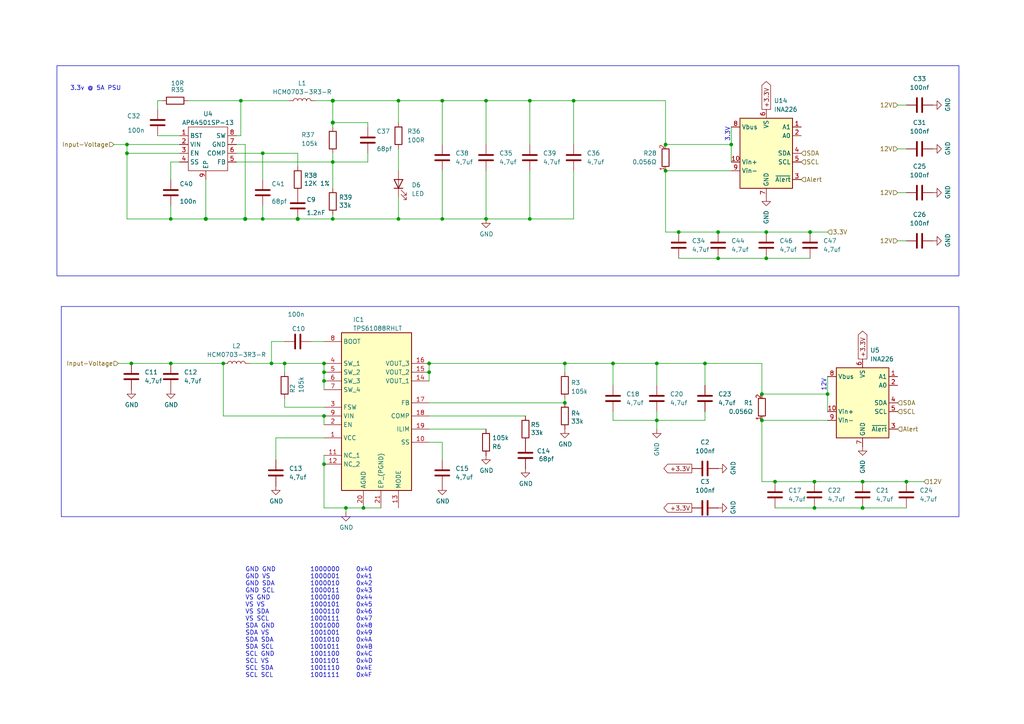
<source format=kicad_sch>
(kicad_sch (version 20250114) (generator "eeschema") (generator_version "9.0")
  (paper "A4")
  (lib_symbols
    (symbol "CM5:AP64351"
      (property "Reference" "U" (at 0 0 0))
      (symbol "AP64351_0_1"
        (rectangle (start -5.08 6.35) (end 6.35 -6.35))
      )
      (symbol "AP64351_1_1"
        (pin passive line (at -7.62 3.81 0) (length 2.54) (name "BST") (number "1"))
        (pin power_in line (at -7.62 1.27 0) (length 2.54) (name "VIN") (number "2"))
        (pin input line (at -7.62 -1.27 0) (length 2.54) (name "EN") (number "3"))
        (pin input line (at -7.62 -3.81 0) (length 2.54) (name "SS") (number "4"))
        (pin passive line (at 0 -8.89 90) (length 2.54) (name "EP") (number "9"))
        (pin output line (at 8.89 3.81 180) (length 2.54) (name "SW") (number "8"))
        (pin power_in line (at 8.89 1.27 180) (length 2.54) (name "GND") (number "7"))
        (pin input line (at 8.89 -1.27 180) (length 2.54) (name "COMP") (number "6"))
        (pin input line (at 8.89 -3.81 180) (length 2.54) (name "FB") (number "5"))
      )
    )
    (symbol "CM5:shunt"
      (property "Reference" "R" (at 0 0 0))
      (symbol "shunt_0_1"
        (rectangle (start -1.016 -2.54) (end 1.016 2.54) (stroke (width 0.254)))
      )
      (symbol "shunt_1_1"
        (pin power_in line (at 0 3.81 270) (length 1.27) (name "~") (number "1"))
        (pin power_out line (at 0 -3.81 90) (length 1.27) (name "~") (number "2"))
      )
    )
    (symbol "Device:C" (pin_numbers (hide yes)) (pin_names (offset 0.254))
      (property "Reference" "C" (at 0.635 2.54 0))
      (property "Value" "C" (at 0.635 -2.54 0))
      (symbol "C_0_1"
        (polyline (pts (xy -2.032 0.762) (xy 2.032 0.762)) (stroke (width 0.508)))
        (polyline (pts (xy -2.032 -0.762) (xy 2.032 -0.762)) (stroke (width 0.508)))
      )
      (symbol "C_1_1"
        (pin passive line (at 0 3.81 270) (length 2.794) (name "~") (number "1"))
        (pin passive line (at 0 -3.81 90) (length 2.794) (name "~") (number "2"))
      )
    )
    (symbol "Device:L" (pin_numbers (hide yes)) (pin_names (offset 1.016) (hide yes))
      (property "Reference" "L" (at -1.27 0 90))
      (property "Value" "L" (at 1.905 0 90))
      (symbol "L_0_1"
        (arc (start 0 2.54) (mid 0.6323 1.905) (end 0 1.27))
        (arc (start 0 1.27) (mid 0.6323 0.635) (end 0 0))
        (arc (start 0 0) (mid 0.6323 -0.635) (end 0 -1.27))
        (arc (start 0 -1.27) (mid 0.6323 -1.905) (end 0 -2.54))
      )
      (symbol "L_1_1"
        (pin passive line (at 0 3.81 270) (length 1.27) (name "1") (number "1"))
        (pin passive line (at 0 -3.81 90) (length 1.27) (name "2") (number "2"))
      )
    )
    (symbol "Device:LED" (pin_numbers (hide yes)) (pin_names (offset 1.016) (hide yes))
      (property "Reference" "D" (at 0 2.54 0))
      (property "Value" "LED" (at 0 -2.54 0))
      (symbol "LED_0_1"
        (polyline (pts (xy -3.048 -0.762) (xy -4.572 -2.286) (xy -3.81 -2.286) (xy -4.572 -2.286) (xy -4.572 -1.524)))
        (polyline (pts (xy -1.778 -0.762) (xy -3.302 -2.286) (xy -2.54 -2.286) (xy -3.302 -2.286) (xy -3.302 -1.524)))
        (polyline (pts (xy -1.27 0) (xy 1.27 0)))
        (polyline (pts (xy -1.27 -1.27) (xy -1.27 1.27)) (stroke (width 0.254)))
        (polyline (pts (xy 1.27 -1.27) (xy 1.27 1.27) (xy -1.27 0) (xy 1.27 -1.27)) (stroke (width 0.254)))
      )
      (symbol "LED_1_1"
        (pin passive line (at -3.81 0 0) (length 2.54) (name "K") (number "1"))
        (pin passive line (at 3.81 0 180) (length 2.54) (name "A") (number "2"))
      )
    )
    (symbol "Device:R" (pin_numbers (hide yes)) (pin_names (offset 0))
      (property "Reference" "R" (at 2.032 0 90))
      (property "Value" "R" (at 0 0 90))
      (symbol "R_0_1"
        (rectangle (start -1.016 -2.54) (end 1.016 2.54) (stroke (width 0.254)))
      )
      (symbol "R_1_1"
        (pin passive line (at 0 3.81 270) (length 1.27) (name "~") (number "1"))
        (pin passive line (at 0 -3.81 90) (length 1.27) (name "~") (number "2"))
      )
    )
    (symbol "Sensor_Energy:INA226"
      (property "Reference" "U" (at -6.35 11.43 0))
      (property "Value" "INA226" (at 3.81 11.43 0))
      (symbol "INA226_0_1"
        (rectangle (start 7.62 10.16) (end -7.62 -10.16) (stroke (width 0.254)) (fill (type background)))
      )
      (symbol "INA226_1_1"
        (pin input line (at -10.16 7.62 0) (length 2.54) (name "Vbus") (number "8"))
        (pin input line (at -10.16 -2.54 0) (length 2.54) (name "Vin+") (number "10"))
        (pin input line (at -10.16 -5.08 0) (length 2.54) (name "Vin-") (number "9"))
        (pin power_in line (at 0 12.7 270) (length 2.54) (name "VS") (number "6"))
        (pin power_in line (at 0 -12.7 90) (length 2.54) (name "GND") (number "7"))
        (pin input line (at 10.16 7.62 180) (length 2.54) (name "A1") (number "1"))
        (pin input line (at 10.16 5.08 180) (length 2.54) (name "A0") (number "2"))
        (pin bidirectional line (at 10.16 0 180) (length 2.54) (name "SDA") (number "4"))
        (pin input line (at 10.16 -2.54 180) (length 2.54) (name "SCL") (number "5"))
        (pin open_collector line (at 10.16 -7.62 180) (length 2.54) (name "~{Alert}") (number "3"))
      )
    )
    (symbol "panel:TPS61088RHLT"
      (property "Reference" "IC1" (at 8.382 21.59 0))
      (property "Value" "TPS61088RHLT" (at 8.382 19.05 0))
      (symbol "TPS61088RHLT_1_1"
        (rectangle (start 5.08 17.78) (end 25.4 -27.94) (stroke (width 0.254)) (fill (type background)))
        (pin passive line (at 0 15.24 0) (length 5.08) (name "BOOT") (number "8"))
        (pin passive line (at 0 8.89 0) (length 5.08) (name "SW_1") (number "4"))
        (pin passive line (at 0 6.35 0) (length 5.08) (name "SW_2") (number "5"))
        (pin passive line (at 0 3.81 0) (length 5.08) (name "SW_3") (number "6"))
        (pin passive line (at 0 1.27 0) (length 5.08) (name "SW_4") (number "7"))
        (pin passive line (at 0 -3.81 0) (length 5.08) (name "FSW") (number "3"))
        (pin passive line (at 0 -6.35 0) (length 5.08) (name "VIN") (number "9"))
        (pin passive line (at 0 -8.89 0) (length 5.08) (name "EN") (number "2"))
        (pin passive line (at 0 -12.7 0) (length 5.08) (name "VCC") (number "1"))
        (pin passive line (at 0 -17.78 0) (length 5.08) (name "NC_1") (number "11"))
        (pin passive line (at 0 -20.32 0) (length 5.08) (name "NC_2") (number "12"))
        (pin passive line (at 11.43 -33.02 90) (length 5.08) (name "AGND") (number "20"))
        (pin passive line (at 16.51 -33.02 90) (length 5.08) (name "EP_(PGND)") (number "21"))
        (pin passive line (at 21.59 -33.02 90) (length 5.08) (name "MODE") (number "13"))
        (pin passive line (at 30.48 8.89 180) (length 5.08) (name "VOUT_3") (number "16"))
        (pin passive line (at 30.48 6.35 180) (length 5.08) (name "VOUT_2") (number "15"))
        (pin passive line (at 30.48 3.81 180) (length 5.08) (name "VOUT_1") (number "14"))
        (pin passive line (at 30.48 -2.54 180) (length 5.08) (name "FB") (number "17"))
        (pin passive line (at 30.48 -6.35 180) (length 5.08) (name "COMP") (number "18"))
        (pin passive line (at 30.48 -10.16 180) (length 5.08) (name "ILIM") (number "19"))
        (pin passive line (at 30.48 -13.97 180) (length 5.08) (name "SS") (number "10"))
      )
    )
    (symbol "power:GND" (power) (pin_numbers (hide yes)) (pin_names (offset 0) (hide yes))
      (property "Value" "GND" (at 0 -3.81 0))
      (symbol "GND_0_1"
        (polyline (pts (xy 0 0) (xy 0 -1.27) (xy 1.27 -1.27) (xy 0 -2.54) (xy -1.27 -1.27) (xy 0 -1.27)))
      )
      (symbol "GND_1_1"
        (pin power_in line (at 0 0 270) (length 0) (name "~") (number "1"))
      )
    )
  )
  (rectangle (start 16.51 19.05) (end 278.13 80.01))
  (rectangle (start 17.78 88.9) (end 278.13 149.86))
  (text "12V" (at 239.014 113.538 90) (effects (font (size 1.27 1.27)) (justify left)))
  (text "3.3v @ 5A PSU\n\n" (at 20.32 28.448 0) (effects (font (size 1.27 1.27)) (justify left bottom)))
  (text "3.3V" (at 211.074 41.148 90) (effects (font (size 1.27 1.27)) (justify left)))
  (text "GND GND		    1000000     0x40\nGND VS		    1000001     0x41\nGND SDA		    1000010     0x42\nGND SCL		    1000011     0x43\nVS GND		    1000100     0x44\nVS VS		    1000101     0x45\nVS SDA		    1000110     0x46\nVS SCL		    1000111     0x47\nSDA GND		    1001000     0x48\nSDA VS		    1001001     0x49\nSDA SDA		    1001010     0x4A\nSDA SCL		    1001011     0x4B\nSCL GND		    1001100     0x4C\nSCL VS		    1001101     0x4D\nSCL SDA		    1001110     0x4E\nSCL SCL		    1001111     0x4F" (at 71.12 180.594 0) (effects (font (size 1.27 1.27)) (justify left)))
  (junction (at 220.98 114.3))
  (junction (at 204.47 105.41))
  (junction (at 140.97 29.21))
  (junction (at 96.52 63.5))
  (junction (at 128.27 63.5))
  (junction (at 105.41 147.32))
  (junction (at 78.74 105.41))
  (junction (at 234.95 67.31))
  (junction (at 190.5 121.92))
  (junction (at 208.28 67.31))
  (junction (at 153.67 63.5))
  (junction (at 193.04 49.53))
  (junction (at 49.53 105.41))
  (junction (at 163.83 105.41))
  (junction (at 222.25 67.31))
  (junction (at 115.57 63.5))
  (junction (at 38.1 105.41))
  (junction (at 190.5 105.41))
  (junction (at 93.98 107.95))
  (junction (at 93.98 105.41))
  (junction (at 93.98 120.65))
  (junction (at 100.33 147.32))
  (junction (at 250.19 139.7))
  (junction (at 82.55 105.41))
  (junction (at 193.04 41.91))
  (junction (at 124.46 105.41))
  (junction (at 76.2 44.45))
  (junction (at 250.19 147.32))
  (junction (at 71.12 63.5) (diameter 1.016))
  (junction (at 220.98 121.92))
  (junction (at 262.89 139.7))
  (junction (at 96.52 29.21) (diameter 1.016))
  (junction (at 240.03 114.3))
  (junction (at 96.52 46.99))
  (junction (at 69.85 29.21))
  (junction (at 212.09 41.91))
  (junction (at 236.22 139.7))
  (junction (at 153.67 29.21))
  (junction (at 208.28 74.93))
  (junction (at 236.22 147.32))
  (junction (at 59.69 63.5) (diameter 1.016))
  (junction (at 224.79 139.7))
  (junction (at 222.25 74.93))
  (junction (at 115.57 29.21))
  (junction (at 49.53 63.5))
  (junction (at 128.27 29.21))
  (junction (at 124.46 107.95))
  (junction (at 93.98 110.49))
  (junction (at 86.36 63.5) (diameter 1.016))
  (junction (at 177.8 105.41))
  (junction (at 36.83 44.45))
  (junction (at 163.83 116.84))
  (junction (at 96.52 35.56) (diameter 1.016))
  (junction (at 196.85 67.31))
  (junction (at 64.77 105.41))
  (junction (at 36.83 41.91))
  (junction (at 166.37 29.21))
  (junction (at 76.2 63.5))
  (junction (at 140.97 63.5))
  (junction (at 93.98 134.62))
  (wire (pts (xy 71.12 63.5) (xy 76.2 63.5)))
  (wire (pts (xy 100.33 147.32) (xy 93.98 147.32)))
  (wire (pts (xy 93.98 105.41) (xy 93.98 107.95)))
  (wire (pts (xy 128.27 63.5) (xy 140.97 63.5)))
  (wire (pts (xy 224.79 139.7) (xy 220.98 139.7)))
  (wire (pts (xy 49.53 46.99) (xy 49.53 52.07)))
  (wire (pts (xy 260.35 43.18) (xy 262.89 43.18)))
  (wire (pts (xy 177.8 121.92) (xy 190.5 121.92)))
  (wire (pts (xy 153.67 29.21) (xy 166.37 29.21)))
  (wire (pts (xy 96.52 29.21) (xy 115.57 29.21)))
  (wire (pts (xy 105.41 147.32) (xy 110.49 147.32)))
  (wire (pts (xy 106.68 46.99) (xy 106.68 44.45)))
  (wire (pts (xy 124.46 116.84) (xy 163.83 116.84)))
  (wire (pts (xy 220.98 114.3) (xy 240.03 114.3)))
  (wire (pts (xy 69.85 29.21) (xy 83.82 29.21)))
  (wire (pts (xy 49.53 105.41) (xy 64.77 105.41)))
  (wire (pts (xy 128.27 29.21) (xy 140.97 29.21)))
  (wire (pts (xy 166.37 29.21) (xy 166.37 41.91)))
  (wire (pts (xy 240.03 109.22) (xy 240.03 114.3)))
  (wire (pts (xy 240.03 67.31) (xy 234.95 67.31)))
  (wire (pts (xy 190.5 105.41) (xy 204.47 105.41)))
  (wire (pts (xy 45.72 39.37) (xy 52.07 39.37)))
  (wire (pts (xy 49.53 59.69) (xy 49.53 63.5)))
  (wire (pts (xy 115.57 63.5) (xy 128.27 63.5)))
  (wire (pts (xy 260.35 55.88) (xy 262.89 55.88)))
  (wire (pts (xy 128.27 49.53) (xy 128.27 63.5)))
  (wire (pts (xy 224.79 139.7) (xy 236.22 139.7)))
  (wire (pts (xy 220.98 105.41) (xy 220.98 114.3)))
  (wire (pts (xy 93.98 107.95) (xy 93.98 110.49)))
  (wire (pts (xy 96.52 46.99) (xy 106.68 46.99)))
  (wire (pts (xy 124.46 105.41) (xy 124.46 107.95)))
  (wire (pts (xy 80.01 127) (xy 80.01 133.35)))
  (wire (pts (xy 38.1 105.41) (xy 49.53 105.41)))
  (wire (pts (xy 93.98 127) (xy 80.01 127)))
  (wire (pts (xy 36.83 41.91) (xy 52.07 41.91)))
  (wire (pts (xy 124.46 124.46) (xy 140.97 124.46)))
  (wire (pts (xy 59.69 63.5) (xy 71.12 63.5)))
  (wire (pts (xy 193.04 67.31) (xy 193.04 49.53)))
  (wire (pts (xy 267.97 139.7) (xy 262.89 139.7)))
  (wire (pts (xy 54.61 29.21) (xy 69.85 29.21)))
  (wire (pts (xy 124.46 107.95) (xy 124.46 110.49)))
  (wire (pts (xy 128.27 128.27) (xy 124.46 128.27)))
  (wire (pts (xy 96.52 35.56) (xy 96.52 36.83)))
  (wire (pts (xy 69.85 29.21) (xy 69.85 39.37)))
  (wire (pts (xy 177.8 105.41) (xy 177.8 111.76)))
  (wire (pts (xy 220.98 121.92) (xy 220.98 139.7)))
  (wire (pts (xy 204.47 105.41) (xy 220.98 105.41)))
  (wire (pts (xy 93.98 123.19) (xy 93.98 120.65)))
  (wire (pts (xy 78.74 99.06) (xy 78.74 105.41)))
  (wire (pts (xy 93.98 110.49) (xy 93.98 113.03)))
  (wire (pts (xy 82.55 99.06) (xy 78.74 99.06)))
  (wire (pts (xy 86.36 48.26) (xy 86.36 44.45)))
  (wire (pts (xy 224.79 147.32) (xy 236.22 147.32)))
  (wire (pts (xy 222.25 67.31) (xy 234.95 67.31)))
  (wire (pts (xy 208.28 74.93) (xy 222.25 74.93)))
  (wire (pts (xy 82.55 105.41) (xy 93.98 105.41)))
  (wire (pts (xy 163.83 107.95) (xy 163.83 105.41)))
  (wire (pts (xy 52.07 44.45) (xy 36.83 44.45)))
  (wire (pts (xy 250.19 147.32) (xy 262.89 147.32)))
  (wire (pts (xy 34.29 105.41) (xy 38.1 105.41)))
  (wire (pts (xy 193.04 49.53) (xy 212.09 49.53)))
  (wire (pts (xy 72.39 105.41) (xy 78.74 105.41)))
  (wire (pts (xy 193.04 29.21) (xy 193.04 41.91)))
  (wire (pts (xy 140.97 29.21) (xy 140.97 41.91)))
  (wire (pts (xy 33.02 41.91) (xy 36.83 41.91)))
  (wire (pts (xy 153.67 63.5) (xy 140.97 63.5)))
  (wire (pts (xy 222.25 67.31) (xy 208.28 67.31)))
  (wire (pts (xy 49.53 63.5) (xy 59.69 63.5)))
  (wire (pts (xy 82.55 118.11) (xy 93.98 118.11)))
  (wire (pts (xy 204.47 119.38) (xy 204.47 121.92)))
  (wire (pts (xy 236.22 147.32) (xy 250.19 147.32)))
  (wire (pts (xy 96.52 35.56) (xy 106.68 35.56)))
  (wire (pts (xy 115.57 29.21) (xy 128.27 29.21)))
  (wire (pts (xy 124.46 105.41) (xy 163.83 105.41)))
  (wire (pts (xy 190.5 121.92) (xy 190.5 124.46)))
  (wire (pts (xy 177.8 105.41) (xy 190.5 105.41)))
  (wire (pts (xy 163.83 105.41) (xy 177.8 105.41)))
  (wire (pts (xy 166.37 49.53) (xy 166.37 63.5)))
  (wire (pts (xy 153.67 63.5) (xy 166.37 63.5)))
  (wire (pts (xy 52.07 46.99) (xy 49.53 46.99)))
  (wire (pts (xy 177.8 119.38) (xy 177.8 121.92)))
  (wire (pts (xy 64.77 120.65) (xy 93.98 120.65)))
  (wire (pts (xy 250.19 139.7) (xy 262.89 139.7)))
  (wire (pts (xy 260.35 30.48) (xy 262.89 30.48)))
  (wire (pts (xy 128.27 133.35) (xy 128.27 128.27)))
  (wire (pts (xy 220.98 121.92) (xy 240.03 121.92)))
  (wire (pts (xy 193.04 41.91) (xy 212.09 41.91)))
  (wire (pts (xy 140.97 29.21) (xy 153.67 29.21)))
  (wire (pts (xy 96.52 46.99) (xy 96.52 54.61)))
  (wire (pts (xy 68.58 41.91) (xy 71.12 41.91)))
  (wire (pts (xy 100.33 148.59) (xy 100.33 147.32)))
  (wire (pts (xy 76.2 63.5) (xy 86.36 63.5)))
  (wire (pts (xy 115.57 29.21) (xy 115.57 35.56)))
  (wire (pts (xy 204.47 105.41) (xy 204.47 111.76)))
  (wire (pts (xy 212.09 36.83) (xy 212.09 41.91)))
  (wire (pts (xy 76.2 44.45) (xy 76.2 52.07)))
  (wire (pts (xy 190.5 119.38) (xy 190.5 121.92)))
  (wire (pts (xy 196.85 74.93) (xy 208.28 74.93)))
  (wire (pts (xy 93.98 134.62) (xy 93.98 147.32)))
  (wire (pts (xy 222.25 74.93) (xy 234.95 74.93)))
  (wire (pts (xy 91.44 29.21) (xy 96.52 29.21)))
  (wire (pts (xy 59.69 52.07) (xy 59.69 63.5)))
  (wire (pts (xy 71.12 41.91) (xy 71.12 63.5)))
  (wire (pts (xy 115.57 57.15) (xy 115.57 63.5)))
  (wire (pts (xy 196.85 67.31) (xy 208.28 67.31)))
  (wire (pts (xy 190.5 105.41) (xy 190.5 111.76)))
  (wire (pts (xy 64.77 120.65) (xy 64.77 105.41)))
  (wire (pts (xy 82.55 105.41) (xy 82.55 107.95)))
  (wire (pts (xy 250.19 139.7) (xy 236.22 139.7)))
  (wire (pts (xy 86.36 63.5) (xy 96.52 63.5)))
  (wire (pts (xy 76.2 59.69) (xy 76.2 63.5)))
  (wire (pts (xy 128.27 29.21) (xy 128.27 41.91)))
  (wire (pts (xy 96.52 44.45) (xy 96.52 46.99)))
  (wire (pts (xy 166.37 29.21) (xy 193.04 29.21)))
  (wire (pts (xy 45.72 31.75) (xy 45.72 29.21)))
  (wire (pts (xy 76.2 44.45) (xy 86.36 44.45)))
  (wire (pts (xy 90.17 99.06) (xy 93.98 99.06)))
  (wire (pts (xy 212.09 41.91) (xy 212.09 46.99)))
  (wire (pts (xy 78.74 105.41) (xy 82.55 105.41)))
  (wire (pts (xy 96.52 63.5) (xy 96.52 62.23)))
  (wire (pts (xy 190.5 121.92) (xy 204.47 121.92)))
  (wire (pts (xy 115.57 43.18) (xy 115.57 49.53)))
  (wire (pts (xy 36.83 44.45) (xy 36.83 63.5)))
  (wire (pts (xy 124.46 120.65) (xy 152.4 120.65)))
  (wire (pts (xy 68.58 44.45) (xy 76.2 44.45)))
  (wire (pts (xy 69.85 39.37) (xy 68.58 39.37)))
  (wire (pts (xy 45.72 29.21) (xy 46.99 29.21)))
  (wire (pts (xy 140.97 49.53) (xy 140.97 63.5)))
  (wire (pts (xy 96.52 29.21) (xy 96.52 35.56)))
  (wire (pts (xy 153.67 29.21) (xy 153.67 41.91)))
  (wire (pts (xy 96.52 63.5) (xy 115.57 63.5)))
  (wire (pts (xy 82.55 115.57) (xy 82.55 118.11)))
  (wire (pts (xy 163.83 116.84) (xy 163.83 115.57)))
  (wire (pts (xy 93.98 132.08) (xy 93.98 134.62)))
  (wire (pts (xy 153.67 49.53) (xy 153.67 63.5)))
  (wire (pts (xy 240.03 114.3) (xy 240.03 119.38)))
  (wire (pts (xy 106.68 35.56) (xy 106.68 36.83)))
  (wire (pts (xy 100.33 147.32) (xy 105.41 147.32)))
  (wire (pts (xy 36.83 41.91) (xy 36.83 44.45)))
  (wire (pts (xy 260.35 69.85) (xy 262.89 69.85)))
  (wire (pts (xy 68.58 46.99) (xy 96.52 46.99)))
  (wire (pts (xy 196.85 67.31) (xy 193.04 67.31)))
  (wire (pts (xy 36.83 63.5) (xy 49.53 63.5)))
  (global_label "+3.3V" (shape output) (at 250.19 104.14 90) (property "Intersheetrefs" "${INTERSHEET_REFS}" (effects (hide yes))))
  (global_label "+3.3V" (shape output) (at 200.66 135.89 180) (property "Intersheetrefs" "${INTERSHEET_REFS}" (effects (hide yes))))
  (global_label "+3.3V" (shape output) (at 200.66 147.32 180) (property "Intersheetrefs" "${INTERSHEET_REFS}" (effects (hide yes))))
  (global_label "+3.3V" (shape output) (at 222.25 31.75 90) (property "Intersheetrefs" "${INTERSHEET_REFS}" (effects (hide yes))))
  (hierarchical_label "3.3V" (shape input) (at 240.03 67.31 0))
  (hierarchical_label "SDA" (shape input) (at 260.35 116.84 0))
  (hierarchical_label "Input-Voltage" (shape input) (at 33.02 41.91 180))
  (hierarchical_label "12V" (shape input) (at 267.97 139.7 0))
  (hierarchical_label "12V" (shape input) (at 260.35 30.48 180))
  (hierarchical_label "Input-Voltage" (shape input) (at 34.29 105.41 180))
  (hierarchical_label "SCL" (shape input) (at 260.35 119.38 0))
  (hierarchical_label "SDA" (shape input) (at 232.41 44.45 0))
  (hierarchical_label "Alert" (shape input) (at 232.41 52.07 0))
  (hierarchical_label "12V" (shape input) (at 260.35 69.85 180))
  (hierarchical_label "Alert" (shape input) (at 260.35 124.46 0))
  (hierarchical_label "SCL" (shape input) (at 232.41 46.99 0))
  (hierarchical_label "12V" (shape input) (at 260.35 55.88 180))
  (hierarchical_label "12V" (shape input) (at 260.35 43.18 180))
  (symbol (lib_id "Device:C") (at 86.36 99.06 90) (unit 1)
    (property "Reference" "C10" (at 88.5444 95.3516 90) (effects (justify left)))
    (property "Value" "100n" (at 88.392 91.186 90) (effects (justify left)))
    (property "Footprint" "Capacitor_SMD:C_0805_2012Metric" (effects (hide yes)))
    (property "Description" "Unpolarized capacitor" (effects (hide yes)))
    (property "Cikkszám" "100.011.22" (effects (hide yes)))
    (property "Link" "https://www.hestore.hu/prod_10001122.html" (effects (hide yes)))
  )
  (symbol (lib_id "Device:C") (at 208.28 71.12 0) (unit 1)
    (property "Reference" "C44" (at 212.09 69.8499 0) (effects (justify left)))
    (property "Value" "4,7uf" (at 212.09 72.3899 0) (effects (justify left)))
    (property "Footprint" "Capacitor_SMD:C_0805_2012Metric" (effects (hide yes)))
    (property "Description" "Unpolarized capacitor" (effects (hide yes)))
    (property "Cikkszám" "100.427.11" (effects (hide yes)))
    (property "Link" "https://www.hestore.hu/prod_10042711.html" (effects (hide yes)))
  )
  (symbol (lib_id "Device:C") (at 128.27 137.16 0) (unit 1)
    (property "Reference" "C15" (at 132.08 135.8899 0) (effects (justify left)))
    (property "Value" "4,7uf" (at 132.08 138.4299 0) (effects (justify left)))
    (property "Footprint" "Capacitor_SMD:C_0805_2012Metric" (effects (hide yes)))
    (property "Description" "Unpolarized capacitor" (effects (hide yes)))
    (property "Cikkszám" "100.427.11" (effects (hide yes)))
    (property "Link" "https://www.hestore.hu/prod_10042711.html" (effects (hide yes)))
  )
  (symbol (lib_id "Device:C") (at 166.37 45.72 0) (unit 1)
    (property "Reference" "C36" (at 170.18 44.4499 0) (effects (justify left)))
    (property "Value" "4,7uf" (at 170.18 46.9899 0) (effects (justify left)))
    (property "Footprint" "Capacitor_SMD:C_0805_2012Metric" (effects (hide yes)))
    (property "Description" "Unpolarized capacitor" (effects (hide yes)))
    (property "Cikkszám" "100.427.11" (effects (hide yes)))
    (property "Link" "https://www.hestore.hu/prod_10042711.html" (effects (hide yes)))
  )
  (symbol (lib_id "power:GND") (at 140.97 132.08 0) (unit 1)
    (property "Reference" "#PWR023" (effects (hide yes)))
    (property "Value" "GND" (at 141.097 136.4742 0))
    (property "Description" "Power symbol creates a global label with name \"GND\" , ground" (effects (hide yes)))
  )
  (symbol (lib_id "Device:C") (at 266.7 43.18 90) (unit 1)
    (property "Reference" "C31" (at 266.7 35.56 90))
    (property "Value" "100nf" (at 266.7 38.1 90))
    (property "Footprint" "Capacitor_SMD:C_0805_2012Metric" (effects (hide yes)))
    (property "Description" "Unpolarized capacitor" (effects (hide yes)))
    (property "Cikkszám" "100.011.22" (effects (hide yes)))
    (property "Link" "https://www.hestore.hu/prod_10001122.html" (effects (hide yes)))
  )
  (symbol (lib_id "Device:C") (at 266.7 55.88 90) (unit 1)
    (property "Reference" "C25" (at 266.7 48.26 90))
    (property "Value" "100nf" (at 266.7 50.8 90))
    (property "Footprint" "Capacitor_SMD:C_0805_2012Metric" (effects (hide yes)))
    (property "Description" "Unpolarized capacitor" (effects (hide yes)))
    (property "Cikkszám" "100.011.22" (effects (hide yes)))
    (property "Link" "https://www.hestore.hu/prod_10001122.html" (effects (hide yes)))
  )
  (symbol (lib_id "Device:C") (at 38.1 109.22 0) (unit 1)
    (property "Reference" "C11" (at 41.91 107.9499 0) (effects (justify left)))
    (property "Value" "4,7uf" (at 41.91 110.4899 0) (effects (justify left)))
    (property "Footprint" "Capacitor_SMD:C_0805_2012Metric" (effects (hide yes)))
    (property "Description" "Unpolarized capacitor" (effects (hide yes)))
    (property "Cikkszám" "100.427.11" (effects (hide yes)))
    (property "Link" "https://www.hestore.hu/prod_10042711.html" (effects (hide yes)))
  )
  (symbol (lib_id "Device:R") (at 96.52 40.64 0) (unit 1)
    (property "Reference" "R37" (at 87.376 39.116 0) (effects (justify left)))
    (property "Value" "105k" (at 87.376 41.656 0) (effects (justify left)))
    (property "Footprint" "Resistor_SMD:R_0805_2012Metric" (effects (hide yes)))
    (property "Description" "Resistor" (effects (hide yes)))
    (property "Cikkszám" "100.491.09" (effects (hide yes)))
    (property "Link" "https://www.hestore.hu/prod_10049109.html" (effects (hide yes)))
  )
  (symbol (lib_id "Device:R") (at 50.8 29.21 270) (unit 1)
    (property "Reference" "R35" (at 49.53 26.035 90) (effects (justify left)))
    (property "Value" "10R" (at 49.53 24.13 90) (effects (justify left)))
    (property "Footprint" "Resistor_SMD:R_0805_2012Metric" (effects (hide yes)))
    (property "Description" "Resistor" (effects (hide yes)))
    (property "Cikkszám" "100.011.44" (effects (hide yes)))
    (property "Link" "https://www.hestore.hu/prod_10001144.html" (effects (hide yes)))
  )
  (symbol (lib_id "panel:TPS61088RHLT") (at 93.98 114.3 0) (unit 1)
    (property "Reference" "IC1" (at 102.362 92.71 0) (effects (justify left)))
    (property "Value" "TPS61088RHLT" (at 102.362 95.25 0) (effects (justify left)))
    (property "Footprint" "panel:BQ24031IRHLRQ1" (effects (hide yes)))
    (property "Datasheet" "http://www.ti.com/lit/ds/symlink/tps61088.pdf" (effects (hide yes)))
    (property "Description" "Texas Instruments TPS61088RHLT, 3, Boost Converter, Synchronous Boost Converter 10A 4.5  12.6 V, 2.2 MHz 20-Pin" (effects (hide yes)))
    (property "Height" "1" (effects (hide yes)))
    (property "Manufacturer_Name" "Texas Instruments" (effects (hide yes)))
    (property "Manufacturer_Part_Number" "TPS61088RHLT" (effects (hide yes)))
    (property "Mouser Part Number" "595-TPS61088RHLT" (effects (hide yes)))
    (property "Mouser Price/Stock" "https://www.mouser.co.uk/ProductDetail/Texas-Instruments/TPS61088RHLT?qs=MiqG6Kq1qKOeAwvWtl5eUw%3D%3D" (effects (hide yes)))
    (property "Arrow Part Number" "TPS61088RHLT" (effects (hide yes)))
    (property "Arrow Price/Stock" "https://www.arrow.com/en/products/tps61088rhlt/texas-instruments?utm_currency=USD&region=nac" (effects (hide yes)))
  )
  (symbol (lib_id "Device:R") (at 86.36 52.07 0) (unit 1)
    (property "Reference" "R38" (at 88.138 50.9016 0) (effects (justify left)))
    (property "Value" "12K 1%" (at 88.138 53.213 0) (effects (justify left)))
    (property "Footprint" "Resistor_SMD:R_0805_2012Metric" (effects (hide yes)))
    (property "Description" "Resistor" (effects (hide yes)))
    (property "Cikkszám" "100.011.48" (effects (hide yes)))
    (property "Link" "https://www.hestore.hu/prod_10001148.html" (effects (hide yes)))
  )
  (symbol (lib_id "Device:C") (at 234.95 71.12 0) (unit 1)
    (property "Reference" "C47" (at 238.76 69.8499 0) (effects (justify left)))
    (property "Value" "4,7uf" (at 238.76 72.3899 0) (effects (justify left)))
    (property "Footprint" "Capacitor_SMD:C_0805_2012Metric" (effects (hide yes)))
    (property "Description" "Unpolarized capacitor" (effects (hide yes)))
    (property "Cikkszám" "100.427.11" (effects (hide yes)))
    (property "Link" "https://www.hestore.hu/prod_10042711.html" (effects (hide yes)))
  )
  (symbol (lib_id "Sensor_Energy:INA226") (at 222.25 44.45 0) (unit 1)
    (property "Reference" "U14" (at 224.4441 29.21 0) (effects (justify left)))
    (property "Value" "INA226" (at 224.4441 31.75 0) (effects (justify left)))
    (property "Footprint" "Package_SO:VSSOP-10_3x3mm_P0.5mm" (effects (hide yes)))
    (property "Datasheet" "https://www.hestore.hu/prod_getfile.php?id=20101" (effects (hide yes)))
    (property "Description" "High-Side or Low-Side Measurement, Bi-Directional Current and Power Monitor (0-36V) with I2C Compatible Interface, VSSOP-10" (effects (hide yes)))
    (property "Cikkszám" "100.491.20" (effects (hide yes)))
    (property "Link" "https://www.hestore.hu/prod_10049120.html" (effects (hide yes)))
  )
  (symbol (lib_id "Device:C") (at 224.79 143.51 0) (unit 1)
    (property "Reference" "C17" (at 228.6 142.2399 0) (effects (justify left)))
    (property "Value" "4,7uf" (at 228.6 144.7799 0) (effects (justify left)))
    (property "Footprint" "Capacitor_SMD:C_0805_2012Metric" (effects (hide yes)))
    (property "Description" "Unpolarized capacitor" (effects (hide yes)))
    (property "Cikkszám" "100.427.11" (effects (hide yes)))
    (property "Link" "https://www.hestore.hu/prod_10042711.html" (effects (hide yes)))
  )
  (symbol (lib_id "Device:R") (at 152.4 124.46 0) (unit 1)
    (property "Reference" "R5" (at 153.924 123.19 0) (effects (justify left)))
    (property "Value" "33k" (at 153.924 125.5014 0) (effects (justify left)))
    (property "Footprint" "Resistor_SMD:R_0805_2012Metric" (effects (hide yes)))
    (property "Description" "Resistor" (effects (hide yes)))
    (property "Cikkszám" "100.011.72" (effects (hide yes)))
    (property "Link" "https://www.hestore.hu/prod_10001172.html" (effects (hide yes)))
  )
  (symbol (lib_id "Device:R") (at 115.57 39.37 0) (unit 1)
    (property "Reference" "R36" (at 118.11 38.0999 0) (effects (justify left)))
    (property "Value" "100R" (at 118.11 40.6399 0) (effects (justify left)))
    (property "Footprint" "Resistor_SMD:R_0805_2012Metric" (effects (hide yes)))
    (property "Datasheet" "https://www.hestore.hu/prod_getfile.php?id=3653" (effects (hide yes)))
    (property "Description" "Resistor" (effects (hide yes)))
    (property "Cikkszám" "100.011.42" (effects (hide yes)))
    (property "Link" "https://www.hestore.hu/prod_10001142.html" (effects (hide yes)))
  )
  (symbol (lib_id "Device:C") (at 222.25 71.12 0) (unit 1)
    (property "Reference" "C46" (at 226.06 69.8499 0) (effects (justify left)))
    (property "Value" "4,7uf" (at 226.06 72.3899 0) (effects (justify left)))
    (property "Footprint" "Capacitor_SMD:C_0805_2012Metric" (effects (hide yes)))
    (property "Description" "Unpolarized capacitor" (effects (hide yes)))
    (property "Cikkszám" "100.427.11" (effects (hide yes)))
    (property "Link" "https://www.hestore.hu/prod_10042711.html" (effects (hide yes)))
  )
  (symbol (lib_id "Device:C") (at 204.47 135.89 90) (unit 1)
    (property "Reference" "C2" (at 204.47 128.27 90))
    (property "Value" "100nf" (at 204.47 130.81 90))
    (property "Footprint" "Capacitor_SMD:C_0805_2012Metric" (effects (hide yes)))
    (property "Description" "Unpolarized capacitor" (effects (hide yes)))
  )
  (symbol (lib_id "power:GND") (at 152.4 135.89 0) (unit 1)
    (property "Reference" "#PWR021" (effects (hide yes)))
    (property "Value" "GND" (at 152.527 140.2842 0))
    (property "Description" "Power symbol creates a global label with name \"GND\" , ground" (effects (hide yes)))
  )
  (symbol (lib_id "Device:R") (at 82.55 111.76 0) (unit 1)
    (property "Reference" "R2" (at 84.836 114.046 90) (effects (justify left)))
    (property "Value" "105k" (at 87.376 114.046 90) (effects (justify left)))
    (property "Footprint" "Resistor_SMD:R_0805_2012Metric" (effects (hide yes)))
    (property "Description" "Resistor" (effects (hide yes)))
    (property "Cikkszám" "100.491.09" (effects (hide yes)))
    (property "Link" "https://www.hestore.hu/prod_10049109.html" (effects (hide yes)))
  )
  (symbol (lib_id "Device:C") (at 196.85 71.12 0) (unit 1)
    (property "Reference" "C34" (at 200.66 69.8499 0) (effects (justify left)))
    (property "Value" "4,7uf" (at 200.66 72.3899 0) (effects (justify left)))
    (property "Footprint" "Capacitor_SMD:C_0805_2012Metric" (effects (hide yes)))
    (property "Description" "Unpolarized capacitor" (effects (hide yes)))
    (property "Cikkszám" "100.427.11" (effects (hide yes)))
    (property "Link" "https://www.hestore.hu/prod_10042711.html" (effects (hide yes)))
  )
  (symbol (lib_id "Device:LED") (at 115.57 53.34 90) (unit 1)
    (property "Reference" "D6" (at 119.38 53.6574 90) (effects (justify right)))
    (property "Value" "LED" (at 119.38 56.1974 90) (effects (justify right)))
    (property "Footprint" "Diode_SMD:D_1206_3216Metric" (effects (hide yes)))
    (property "Description" "Light emitting diode" (effects (hide yes)))
    (property "Cikkszám" "100.365.90" (effects (hide yes)))
    (property "Link" "https://www.hestore.hu/prod_10036590.html" (effects (hide yes)))
  )
  (symbol (lib_id "power:GND") (at 163.83 124.46 0) (unit 1)
    (property "Reference" "#PWR022" (effects (hide yes)))
    (property "Value" "GND" (at 163.957 128.8542 0))
    (property "Description" "Power symbol creates a global label with name \"GND\" , ground" (effects (hide yes)))
  )
  (symbol (lib_id "Device:L") (at 68.58 105.41 90) (unit 1)
    (property "Reference" "L2" (at 68.58 100.33 90))
    (property "Value" "HCM0703-3R3-R" (at 68.58 102.87 90))
    (property "Footprint" "panel:HCM1A0805" (effects (hide yes)))
    (property "Datasheet" "https://www.hestore.hu/prod_getfile.php?id=20044" (effects (hide yes)))
    (property "Description" "HCM0703-3R3-R" (effects (hide yes)))
    (property "Cikkszám" "100.490.90" (effects (hide yes)))
    (property "Link" "https://www.hestore.hu/prod_10049090.html" (effects (hide yes)))
  )
  (symbol (lib_id "Device:R") (at 140.97 128.27 180) (unit 1)
    (property "Reference" "R6" (at 142.748 129.54 0) (effects (justify right)))
    (property "Value" "105k" (at 142.748 127 0) (effects (justify right)))
    (property "Footprint" "Resistor_SMD:R_0805_2012Metric" (effects (hide yes)))
    (property "Description" "Resistor" (effects (hide yes)))
    (property "Cikkszám" "100.491.09" (effects (hide yes)))
    (property "Link" "https://www.hestore.hu/prod_10049109.html" (effects (hide yes)))
  )
  (symbol (lib_id "Device:C") (at 177.8 115.57 0) (unit 1)
    (property "Reference" "C18" (at 181.61 114.2999 0) (effects (justify left)))
    (property "Value" "4,7uf" (at 181.61 116.8399 0) (effects (justify left)))
    (property "Footprint" "Capacitor_SMD:C_0805_2012Metric" (effects (hide yes)))
    (property "Description" "Unpolarized capacitor" (effects (hide yes)))
    (property "Cikkszám" "100.427.11" (effects (hide yes)))
    (property "Link" "https://www.hestore.hu/prod_10042711.html" (effects (hide yes)))
  )
  (symbol (lib_id "Device:R") (at 163.83 111.76 0) (unit 1)
    (property "Reference" "R3" (at 165.608 110.998 0) (effects (justify left)))
    (property "Value" "105k" (at 165.608 113.538 0) (effects (justify left)))
    (property "Footprint" "Resistor_SMD:R_0805_2012Metric" (effects (hide yes)))
    (property "Description" "Resistor" (effects (hide yes)))
    (property "Cikkszám" "100.491.09" (effects (hide yes)))
    (property "Link" "https://www.hestore.hu/prod_10049109.html" (effects (hide yes)))
  )
  (symbol (lib_id "Device:C") (at 49.53 55.88 0) (unit 1)
    (property "Reference" "C40" (at 52.07 53.34 0) (effects (justify left)))
    (property "Value" "100n" (at 52.07 58.42 0) (effects (justify left)))
    (property "Footprint" "Capacitor_SMD:C_0805_2012Metric" (effects (hide yes)))
    (property "Description" "Unpolarized capacitor" (effects (hide yes)))
    (property "Cikkszám" "100.011.22" (effects (hide yes)))
    (property "Link" "https://www.hestore.hu/prod_10001122.html" (effects (hide yes)))
  )
  (symbol (lib_id "Device:L") (at 87.63 29.21 90) (unit 1)
    (property "Reference" "L1" (at 87.63 24.13 90))
    (property "Value" "HCM0703-3R3-R" (at 87.63 26.67 90))
    (property "Footprint" "panel:HCM1A0805" (effects (hide yes)))
    (property "Datasheet" "https://www.hestore.hu/prod_getfile.php?id=20044" (effects (hide yes)))
    (property "Description" "HCM0703-3R3-R" (effects (hide yes)))
    (property "Cikkszám" "100.490.90" (effects (hide yes)))
    (property "Link" "https://www.hestore.hu/prod_10049090.html" (effects (hide yes)))
  )
  (symbol (lib_id "Device:C") (at 266.7 30.48 90) (unit 1)
    (property "Reference" "C33" (at 266.7 22.86 90))
    (property "Value" "100nf" (at 266.7 25.4 90))
    (property "Footprint" "Capacitor_SMD:C_0805_2012Metric" (effects (hide yes)))
    (property "Description" "Unpolarized capacitor" (effects (hide yes)))
    (property "Cikkszám" "100.011.22" (effects (hide yes)))
    (property "Link" "https://www.hestore.hu/prod_10001122.html" (effects (hide yes)))
  )
  (symbol (lib_id "Device:C") (at 262.89 143.51 0) (unit 1)
    (property "Reference" "C24" (at 266.7 142.2399 0) (effects (justify left)))
    (property "Value" "4,7uf" (at 266.7 144.7799 0) (effects (justify left)))
    (property "Footprint" "Capacitor_SMD:C_0805_2012Metric" (effects (hide yes)))
    (property "Description" "Unpolarized capacitor" (effects (hide yes)))
    (property "Cikkszám" "100.427.11" (effects (hide yes)))
    (property "Link" "https://www.hestore.hu/prod_10042711.html" (effects (hide yes)))
  )
  (symbol (lib_id "power:GND") (at 222.25 57.15 0) (unit 1)
    (property "Reference" "#PWR047" (effects (hide yes)))
    (property "Value" "GND" (at 222.2499 60.96 90) (effects (justify right)))
    (property "Description" "Power symbol creates a global label with name \"GND\" , ground" (effects (hide yes)))
  )
  (symbol (lib_id "power:GND") (at 270.51 69.85 90) (unit 1)
    (property "Reference" "#PWR040" (effects (hide yes)))
    (property "Value" "GND" (at 274.9042 69.723 0))
    (property "Description" "Power symbol creates a global label with name \"GND\" , ground" (effects (hide yes)))
  )
  (symbol (lib_id "Sensor_Energy:INA226") (at 250.19 116.84 0) (unit 1)
    (property "Reference" "U5" (at 252.3841 101.6 0) (effects (justify left)))
    (property "Value" "INA226" (at 252.3841 104.14 0) (effects (justify left)))
    (property "Footprint" "Package_SO:VSSOP-10_3x3mm_P0.5mm" (effects (hide yes)))
    (property "Datasheet" "https://www.hestore.hu/prod_getfile.php?id=20101" (effects (hide yes)))
    (property "Description" "High-Side or Low-Side Measurement, Bi-Directional Current and Power Monitor (0-36V) with I2C Compatible Interface, VSSOP-10" (effects (hide yes)))
    (property "Cikkszám" "100.491.20" (effects (hide yes)))
    (property "Link" "https://www.hestore.hu/prod_10049120.html" (effects (hide yes)))
  )
  (symbol (lib_id "Device:R") (at 163.83 120.65 0) (unit 1)
    (property "Reference" "R4" (at 165.608 119.888 0) (effects (justify left)))
    (property "Value" "33k" (at 165.608 122.1994 0) (effects (justify left)))
    (property "Footprint" "Resistor_SMD:R_0805_2012Metric" (effects (hide yes)))
    (property "Description" "Resistor" (effects (hide yes)))
    (property "Cikkszám" "100.011.72" (effects (hide yes)))
    (property "Link" "https://www.hestore.hu/prod_10001172.html" (effects (hide yes)))
  )
  (symbol (lib_id "CM5:shunt") (at 220.98 118.11 0) (mirror x) (unit 1)
    (property "Reference" "R1" (at 218.44 116.8399 0) (effects (justify right)))
    (property "Value" "0.056Ω" (at 218.44 119.3799 0) (effects (justify right)))
    (property "Footprint" "Resistor_SMD:R_1206_3216Metric" (effects (hide yes)))
    (property "Datasheet" "https://www.hestore.hu/prod_getfile.php?id=20110" (effects (hide yes)))
    (property "Description" "Resistor" (effects (hide yes)))
    (property "Cikkszám" "100.491.05" (effects (hide yes)))
    (property "Link" "https://www.hestore.hu/prod_10049105.html" (effects (hide yes)))
  )
  (symbol (lib_id "CM5:AP64351") (at 59.69 43.18 0) (unit 1)
    (property "Reference" "U4" (at 60.325 33.02 0))
    (property "Value" "AP64501SP-13" (at 60.325 35.56 0))
    (property "Footprint" "panel:SOIC-8-1EP_3.9x4.9mm_P1.27mm_EP2.95x4.9mm_Mask2.71x3.4mm_ThermalVias_BigVias" (effects (hide yes)))
    (property "Datasheet" "https://www.hestore.hu/prod_getfile.php?id=20094" (effects (hide yes)))
    (property "Cikkszám" "100.491.27" (effects (hide yes)))
    (property "Link" "https://www.hestore.hu/prod_10049127.html" (effects (hide yes)))
  )
  (symbol (lib_id "Device:C") (at 250.19 143.51 0) (unit 1)
    (property "Reference" "C21" (at 254 142.2399 0) (effects (justify left)))
    (property "Value" "4,7uf" (at 254 144.7799 0) (effects (justify left)))
    (property "Footprint" "Capacitor_SMD:C_0805_2012Metric" (effects (hide yes)))
    (property "Description" "Unpolarized capacitor" (effects (hide yes)))
    (property "Cikkszám" "100.427.11" (effects (hide yes)))
    (property "Link" "https://www.hestore.hu/prod_10042711.html" (effects (hide yes)))
  )
  (symbol (lib_id "power:GND") (at 128.27 140.97 0) (unit 1)
    (property "Reference" "#PWR024" (effects (hide yes)))
    (property "Value" "GND" (at 128.397 145.3642 0))
    (property "Description" "Power symbol creates a global label with name \"GND\" , ground" (effects (hide yes)))
  )
  (symbol (lib_id "power:GND") (at 250.19 129.54 0) (unit 1)
    (property "Reference" "#PWR016" (effects (hide yes)))
    (property "Value" "GND" (at 250.1899 133.35 90) (effects (justify right)))
    (property "Description" "Power symbol creates a global label with name \"GND\" , ground" (effects (hide yes)))
  )
  (symbol (lib_id "Device:C") (at 76.2 55.88 0) (unit 1)
    (property "Reference" "C41" (at 78.74 53.34 0) (effects (justify left)))
    (property "Value" "68pf" (at 78.74 58.42 0) (effects (justify left)))
    (property "Footprint" "Capacitor_SMD:C_0805_2012Metric" (effects (hide yes)))
    (property "Datasheet" "https://www.hestore.hu/prod_getfile.php?id=9667" (effects (hide yes)))
    (property "Description" "Unpolarized capacitor" (effects (hide yes)))
    (property "Cikkszám" "100.380.72" (effects (hide yes)))
    (property "Link" "https://www.hestore.hu/prod_10038072.html" (effects (hide yes)))
  )
  (symbol (lib_id "power:GND") (at 140.97 63.5 0) (unit 1)
    (property "Reference" "#PWR058" (effects (hide yes)))
    (property "Value" "GND" (at 141.097 67.8942 0))
    (property "Description" "Power symbol creates a global label with name \"GND\" , ground" (effects (hide yes)))
  )
  (symbol (lib_id "Device:C") (at 236.22 143.51 0) (unit 1)
    (property "Reference" "C22" (at 240.03 142.2399 0) (effects (justify left)))
    (property "Value" "4,7uf" (at 240.03 144.7799 0) (effects (justify left)))
    (property "Footprint" "Capacitor_SMD:C_0805_2012Metric" (effects (hide yes)))
    (property "Description" "Unpolarized capacitor" (effects (hide yes)))
    (property "Cikkszám" "100.427.11" (effects (hide yes)))
    (property "Link" "https://www.hestore.hu/prod_10042711.html" (effects (hide yes)))
  )
  (symbol (lib_id "power:GND") (at 190.5 124.46 0) (unit 1)
    (property "Reference" "#PWR035" (effects (hide yes)))
    (property "Value" "GND" (at 190.4999 128.27 90) (effects (justify right)))
    (property "Description" "Power symbol creates a global label with name \"GND\" , ground" (effects (hide yes)))
  )
  (symbol (lib_id "Device:C") (at 204.47 115.57 0) (unit 1)
    (property "Reference" "C23" (at 208.28 114.2999 0) (effects (justify left)))
    (property "Value" "4,7uf" (at 208.28 116.8399 0) (effects (justify left)))
    (property "Footprint" "Capacitor_SMD:C_0805_2012Metric" (effects (hide yes)))
    (property "Description" "Unpolarized capacitor" (effects (hide yes)))
    (property "Cikkszám" "100.427.11" (effects (hide yes)))
    (property "Link" "https://www.hestore.hu/prod_10042711.html" (effects (hide yes)))
  )
  (symbol (lib_id "power:GND") (at 38.1 113.03 0) (unit 1)
    (property "Reference" "#PWR019" (effects (hide yes)))
    (property "Value" "GND" (at 38.227 117.4242 0))
    (property "Description" "Power symbol creates a global label with name \"GND\" , ground" (effects (hide yes)))
  )
  (symbol (lib_id "power:GND") (at 80.01 140.97 0) (unit 1)
    (property "Reference" "#PWR020" (effects (hide yes)))
    (property "Value" "GND" (at 80.137 145.3642 0))
    (property "Description" "Power symbol creates a global label with name \"GND\" , ground" (effects (hide yes)))
  )
  (symbol (lib_id "Device:C") (at 140.97 45.72 0) (unit 1)
    (property "Reference" "C35" (at 144.78 44.4499 0) (effects (justify left)))
    (property "Value" "4,7uf" (at 144.78 46.9899 0) (effects (justify left)))
    (property "Footprint" "Capacitor_SMD:C_0805_2012Metric" (effects (hide yes)))
    (property "Description" "Unpolarized capacitor" (effects (hide yes)))
    (property "Cikkszám" "100.427.11" (effects (hide yes)))
    (property "Link" "https://www.hestore.hu/prod_10042711.html" (effects (hide yes)))
  )
  (symbol (lib_id "Device:C") (at 86.36 59.69 0) (unit 1)
    (property "Reference" "C9" (at 88.9 57.912 0) (effects (justify left)))
    (property "Value" "1.2nF" (at 88.9 61.722 0) (effects (justify left)))
    (property "Footprint" "Capacitor_SMD:C_0805_2012Metric" (effects (hide yes)))
    (property "Description" "Unpolarized capacitor" (effects (hide yes)))
    (property "Cikkszám" "100.491.13" (effects (hide yes)))
    (property "Link" "https://www.hestore.hu/prod_10049113.html" (effects (hide yes)))
  )
  (symbol (lib_id "power:GND") (at 270.51 55.88 90) (unit 1)
    (property "Reference" "#PWR039" (effects (hide yes)))
    (property "Value" "GND" (at 274.9042 55.753 0))
    (property "Description" "Power symbol creates a global label with name \"GND\" , ground" (effects (hide yes)))
  )
  (symbol (lib_id "Device:C") (at 152.4 132.08 0) (unit 1)
    (property "Reference" "C14" (at 155.702 130.81 0) (effects (justify left)))
    (property "Value" "68pf" (at 156.21 133.096 0) (effects (justify left)))
    (property "Footprint" "Capacitor_SMD:C_0805_2012Metric" (effects (hide yes)))
    (property "Datasheet" "https://www.hestore.hu/prod_getfile.php?id=9667" (effects (hide yes)))
    (property "Description" "Unpolarized capacitor" (effects (hide yes)))
    (property "Cikkszám" "100.380.72" (effects (hide yes)))
    (property "Link" "https://www.hestore.hu/prod_10038072.html" (effects (hide yes)))
  )
  (symbol (lib_id "Device:C") (at 128.27 45.72 0) (unit 1)
    (property "Reference" "C38" (at 132.08 44.4499 0) (effects (justify left)))
    (property "Value" "4,7uf" (at 132.08 46.9899 0) (effects (justify left)))
    (property "Footprint" "Capacitor_SMD:C_0805_2012Metric" (effects (hide yes)))
    (property "Description" "Unpolarized capacitor" (effects (hide yes)))
    (property "Cikkszám" "100.427.11" (effects (hide yes)))
    (property "Link" "https://www.hestore.hu/prod_10042711.html" (effects (hide yes)))
  )
  (symbol (lib_id "power:GND") (at 208.28 147.32 90) (unit 1)
    (property "Reference" "#PWR037" (effects (hide yes)))
    (property "Value" "GND" (at 212.6742 147.193 0))
    (property "Description" "Power symbol creates a global label with name \"GND\" , ground" (effects (hide yes)))
  )
  (symbol (lib_id "Device:C") (at 80.01 137.16 0) (unit 1)
    (property "Reference" "C13" (at 83.82 135.8899 0) (effects (justify left)))
    (property "Value" "4,7uf" (at 83.82 138.4299 0) (effects (justify left)))
    (property "Footprint" "Capacitor_SMD:C_0805_2012Metric" (effects (hide yes)))
    (property "Description" "Unpolarized capacitor" (effects (hide yes)))
    (property "Cikkszám" "100.427.11" (effects (hide yes)))
    (property "Link" "https://www.hestore.hu/prod_10042711.html" (effects (hide yes)))
  )
  (symbol (lib_id "Device:C") (at 266.7 69.85 90) (unit 1)
    (property "Reference" "C26" (at 266.7 62.23 90))
    (property "Value" "100nf" (at 266.7 64.77 90))
    (property "Footprint" "Capacitor_SMD:C_0805_2012Metric" (effects (hide yes)))
    (property "Description" "Unpolarized capacitor" (effects (hide yes)))
    (property "Cikkszám" "100.011.22" (effects (hide yes)))
    (property "Link" "https://www.hestore.hu/prod_10001122.html" (effects (hide yes)))
  )
  (symbol (lib_id "Device:C") (at 204.47 147.32 90) (unit 1)
    (property "Reference" "C3" (at 204.47 139.7 90))
    (property "Value" "100nf" (at 204.47 142.24 90))
    (property "Footprint" "Capacitor_SMD:C_0805_2012Metric" (effects (hide yes)))
    (property "Description" "Unpolarized capacitor" (effects (hide yes)))
  )
  (symbol (lib_id "CM5:shunt") (at 193.04 45.72 0) (mirror x) (unit 1)
    (property "Reference" "R28" (at 190.5 44.4499 0) (effects (justify right)))
    (property "Value" "0.056Ω" (at 190.5 46.9899 0) (effects (justify right)))
    (property "Footprint" "Resistor_SMD:R_1206_3216Metric" (effects (hide yes)))
    (property "Datasheet" "https://www.hestore.hu/prod_getfile.php?id=20110" (effects (hide yes)))
    (property "Description" "Resistor" (effects (hide yes)))
    (property "Cikkszám" "100.491.05" (effects (hide yes)))
    (property "Link" "https://www.hestore.hu/prod_10049105.html" (effects (hide yes)))
  )
  (symbol (lib_id "Device:C") (at 49.53 109.22 0) (unit 1)
    (property "Reference" "C12" (at 53.34 107.9499 0) (effects (justify left)))
    (property "Value" "4,7uf" (at 53.34 110.4899 0) (effects (justify left)))
    (property "Footprint" "Capacitor_SMD:C_0805_2012Metric" (effects (hide yes)))
    (property "Description" "Unpolarized capacitor" (effects (hide yes)))
    (property "Cikkszám" "100.427.11" (effects (hide yes)))
    (property "Link" "https://www.hestore.hu/prod_10042711.html" (effects (hide yes)))
  )
  (symbol (lib_id "power:GND") (at 100.33 148.59 0) (unit 1)
    (property "Reference" "#PWR017" (effects (hide yes)))
    (property "Value" "GND" (at 100.457 152.9842 0))
    (property "Description" "Power symbol creates a global label with name \"GND\" , ground" (effects (hide yes)))
  )
  (symbol (lib_id "Device:C") (at 153.67 45.72 0) (unit 1)
    (property "Reference" "C39" (at 157.48 44.4499 0) (effects (justify left)))
    (property "Value" "4,7uf" (at 157.48 46.9899 0) (effects (justify left)))
    (property "Footprint" "Capacitor_SMD:C_0805_2012Metric" (effects (hide yes)))
    (property "Description" "Unpolarized capacitor" (effects (hide yes)))
    (property "Cikkszám" "100.427.11" (effects (hide yes)))
    (property "Link" "https://www.hestore.hu/prod_10042711.html" (effects (hide yes)))
  )
  (symbol (lib_id "power:GND") (at 208.28 135.89 90) (unit 1)
    (property "Reference" "#PWR036" (effects (hide yes)))
    (property "Value" "GND" (at 212.6742 135.763 0))
    (property "Description" "Power symbol creates a global label with name \"GND\" , ground" (effects (hide yes)))
  )
  (symbol (lib_id "Device:R") (at 96.52 58.42 0) (unit 1)
    (property "Reference" "R39" (at 98.298 57.2516 0) (effects (justify left)))
    (property "Value" "33k" (at 98.298 59.563 0) (effects (justify left)))
    (property "Footprint" "Resistor_SMD:R_0805_2012Metric" (effects (hide yes)))
    (property "Description" "Resistor" (effects (hide yes)))
    (property "Cikkszám" "100.011.72" (effects (hide yes)))
    (property "Link" "https://www.hestore.hu/prod_10001172.html" (effects (hide yes)))
  )
  (symbol (lib_id "Device:C") (at 106.68 40.64 0) (unit 1)
    (property "Reference" "C37" (at 109.22 38.1 0) (effects (justify left)))
    (property "Value" "68pf" (at 109.22 43.18 0) (effects (justify left)))
    (property "Footprint" "Capacitor_SMD:C_0805_2012Metric" (effects (hide yes)))
    (property "Datasheet" "https://www.hestore.hu/prod_getfile.php?id=9667" (effects (hide yes)))
    (property "Description" "Unpolarized capacitor" (effects (hide yes)))
    (property "Cikkszám" "100.380.72" (effects (hide yes)))
    (property "Link" "https://www.hestore.hu/prod_10038072.html" (effects (hide yes)))
  )
  (symbol (lib_id "Device:C") (at 45.72 35.56 0) (unit 1)
    (property "Reference" "C32" (at 36.83 33.655 0) (effects (justify left)))
    (property "Value" "100n" (at 36.9824 37.8206 0) (effects (justify left)))
    (property "Footprint" "Capacitor_SMD:C_0805_2012Metric" (effects (hide yes)))
    (property "Description" "Unpolarized capacitor" (effects (hide yes)))
    (property "Cikkszám" "100.011.22" (effects (hide yes)))
    (property "Link" "https://www.hestore.hu/prod_10001122.html" (effects (hide yes)))
  )
  (symbol (lib_id "power:GND") (at 270.51 43.18 90) (unit 1)
    (property "Reference" "#PWR041" (effects (hide yes)))
    (property "Value" "GND" (at 274.9042 43.053 0))
    (property "Description" "Power symbol creates a global label with name \"GND\" , ground" (effects (hide yes)))
  )
  (symbol (lib_id "power:GND") (at 49.53 113.03 0) (unit 1)
    (property "Reference" "#PWR018" (effects (hide yes)))
    (property "Value" "GND" (at 49.657 117.4242 0))
    (property "Description" "Power symbol creates a global label with name \"GND\" , ground" (effects (hide yes)))
  )
  (symbol (lib_id "Device:C") (at 190.5 115.57 0) (unit 1)
    (property "Reference" "C20" (at 194.31 114.2999 0) (effects (justify left)))
    (property "Value" "4,7uf" (at 194.31 116.8399 0) (effects (justify left)))
    (property "Footprint" "Capacitor_SMD:C_0805_2012Metric" (effects (hide yes)))
    (property "Description" "Unpolarized capacitor" (effects (hide yes)))
    (property "Cikkszám" "100.427.11" (effects (hide yes)))
    (property "Link" "https://www.hestore.hu/prod_10042711.html" (effects (hide yes)))
  )
  (symbol (lib_id "power:GND") (at 270.51 30.48 90) (unit 1)
    (property "Reference" "#PWR042" (effects (hide yes)))
    (property "Value" "GND" (at 274.9042 30.353 0))
    (property "Description" "Power symbol creates a global label with name \"GND\" , ground" (effects (hide yes)))
  )
)
</source>
